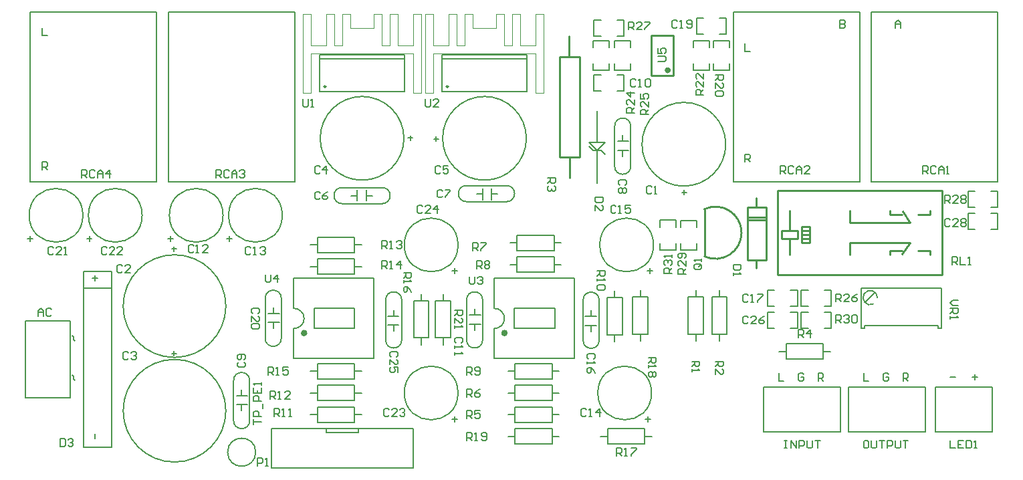
<source format=gto>
G04 Layer_Color=65535*
%FSLAX44Y44*%
%MOMM*%
G71*
G01*
G75*
%ADD44C,0.1778*%
%ADD45C,0.7620*%
%ADD46C,0.2030*%
%ADD47C,0.3810*%
%ADD48C,0.2500*%
%ADD49C,0.2000*%
%ADD50C,0.2540*%
%ADD51C,0.1000*%
%ADD52C,0.2032*%
%ADD53C,0.1500*%
%ADD54C,0.1270*%
%ADD55C,0.1524*%
D44*
X817526Y-362104D02*
G03*
X812297Y-370014I-9089J325D01*
G01*
X22660Y-466700D02*
G03*
X2340Y-466700I-10160J0D01*
G01*
Y-517500D02*
G03*
X22660Y-517500I10160J0D01*
G01*
X332204Y-400788D02*
G03*
X332300Y-375400I430J12693D01*
G01*
X297340Y-415400D02*
G03*
X317660Y-415400I10160J0D01*
G01*
Y-364600D02*
G03*
X297340Y-364600I-10160J0D01*
G01*
X465160Y-365000D02*
G03*
X444840Y-365000I-10160J0D01*
G01*
Y-415800D02*
G03*
X465160Y-415800I10160J0D01*
G01*
X42340Y-413300D02*
G03*
X62660Y-413300I10160J0D01*
G01*
Y-362500D02*
G03*
X42340Y-362500I-10160J0D01*
G01*
X78504Y-400788D02*
G03*
X78600Y-375400I430J12693D01*
G01*
X215160Y-364600D02*
G03*
X194840Y-364600I-10160J0D01*
G01*
Y-415400D02*
G03*
X215160Y-415400I10160J0D01*
G01*
X484840Y-195400D02*
G03*
X505160Y-195400I10160J0D01*
G01*
Y-144600D02*
G03*
X484840Y-144600I-10160J0D01*
G01*
X139600Y-222340D02*
G03*
X139600Y-242660I0J-10160D01*
G01*
X190400D02*
G03*
X190400Y-222340I0J10160D01*
G01*
X347900Y-240160D02*
G03*
X347900Y-219840I0J10160D01*
G01*
X297100D02*
G03*
X297100Y-240160I0J-10160D01*
G01*
X589160Y-272840D02*
Y-264204D01*
X579000D02*
X589160D01*
X568840D02*
X579000D01*
X568840Y-272840D02*
Y-264204D01*
Y-301796D02*
Y-293160D01*
Y-301796D02*
X579000D01*
X589160D01*
Y-293160D01*
X961160Y-275160D02*
X969796D01*
Y-265000D01*
Y-254840D01*
X961160D02*
X969796D01*
X932204D02*
X940840D01*
X932204Y-265000D02*
Y-254840D01*
Y-275160D02*
Y-265000D01*
Y-275160D02*
X940840D01*
X796700Y-349600D02*
X898554D01*
Y-400400D02*
Y-349600D01*
X894744Y-400400D02*
X898554D01*
X894744D02*
Y-397352D01*
X801018D02*
X894744D01*
X801018Y-400400D02*
Y-397352D01*
X796700Y-400400D02*
X801018D01*
X796700D02*
Y-349600D01*
X801780Y-367888D02*
X814480Y-355188D01*
X750160Y-400160D02*
X758796D01*
Y-390000D01*
Y-379840D01*
X750160D02*
X758796D01*
X721204D02*
X729840D01*
X721204Y-390000D02*
Y-379840D01*
Y-400160D02*
Y-390000D01*
Y-400160D02*
X729840D01*
X562660Y-272340D02*
Y-263704D01*
X552500D02*
X562660D01*
X542340D02*
X552500D01*
X542340Y-272340D02*
Y-263704D01*
Y-301296D02*
Y-292660D01*
Y-301296D02*
X552500D01*
X562660D01*
Y-292660D01*
X961160Y-247160D02*
X969796D01*
Y-237000D01*
Y-226840D01*
X961160D02*
X969796D01*
X932204D02*
X940840D01*
X932204Y-237000D02*
Y-226840D01*
Y-247160D02*
Y-237000D01*
Y-247160D02*
X940840D01*
X458704Y-79840D02*
X467340D01*
X458704Y-90000D02*
Y-79840D01*
Y-100160D02*
Y-90000D01*
Y-100160D02*
X467340D01*
X487660D02*
X496296D01*
Y-90000D01*
Y-79840D01*
X487660D02*
X496296D01*
X605160Y-44840D02*
Y-36204D01*
X595000D02*
X605160D01*
X584840D02*
X595000D01*
X584840Y-44840D02*
Y-36204D01*
Y-73796D02*
Y-65160D01*
Y-73796D02*
X595000D01*
X605160D01*
Y-65160D01*
X630160Y-44840D02*
Y-36204D01*
X620000D02*
X630160D01*
X609840D02*
X620000D01*
X609840Y-44840D02*
Y-36204D01*
Y-73796D02*
Y-65160D01*
Y-73796D02*
X620000D01*
X630160D01*
Y-65160D01*
X707660Y-372660D02*
X716296D01*
Y-362500D01*
Y-352340D01*
X707660D02*
X716296D01*
X678704D02*
X687340D01*
X678704Y-362500D02*
Y-352340D01*
Y-372660D02*
Y-362500D01*
Y-372660D02*
X687340D01*
X617660Y-27660D02*
X626296D01*
Y-17500D01*
Y-7340D01*
X617660D02*
X626296D01*
X588704D02*
X597340D01*
X588704Y-17500D02*
Y-7340D01*
Y-27660D02*
Y-17500D01*
Y-27660D02*
X597340D01*
X505160Y-44840D02*
Y-36204D01*
X495000D02*
X505160D01*
X484840D02*
X495000D01*
X484840Y-44840D02*
Y-36204D01*
Y-73796D02*
Y-65160D01*
Y-73796D02*
X495000D01*
X505160D01*
Y-65160D01*
X477660Y-44840D02*
Y-36204D01*
X467500D02*
X477660D01*
X457340D02*
X467500D01*
X457340Y-44840D02*
Y-36204D01*
Y-73796D02*
Y-65160D01*
Y-73796D02*
X467500D01*
X477660D01*
Y-65160D01*
X707660Y-400160D02*
X716296D01*
Y-390000D01*
Y-379840D01*
X707660D02*
X716296D01*
X678704D02*
X687340D01*
X678704Y-390000D02*
Y-379840D01*
Y-400160D02*
Y-390000D01*
Y-400160D02*
X687340D01*
X750160Y-372660D02*
X758796D01*
Y-362500D01*
Y-352340D01*
X750160D02*
X758796D01*
X721204D02*
X729840D01*
X721204Y-362500D02*
Y-352340D01*
Y-372660D02*
Y-362500D01*
Y-372660D02*
X729840D01*
X487660Y-30160D02*
X496296D01*
Y-20000D01*
Y-9840D01*
X487660D02*
X496296D01*
X458704D02*
X467340D01*
X458704Y-20000D02*
Y-9840D01*
Y-30160D02*
Y-20000D01*
Y-30160D02*
X467340D01*
X22660Y-517500D02*
Y-466700D01*
X2340Y-517500D02*
Y-466700D01*
X6150Y-485750D02*
X20120D01*
X6150Y-497180D02*
X20120D01*
X12500Y-485750D02*
Y-478130D01*
Y-504800D02*
Y-497180D01*
X507848Y-407818D02*
X527152D01*
X507848Y-360828D02*
X527152D01*
Y-407818D02*
Y-360828D01*
X517500D02*
Y-352192D01*
X507848Y-407818D02*
Y-360828D01*
X517500Y-416708D02*
Y-407818D01*
X476082Y-547152D02*
Y-527848D01*
X523072Y-547152D02*
Y-527848D01*
X476082Y-547152D02*
X523072D01*
Y-537500D02*
X531708D01*
X476082Y-527848D02*
X523072D01*
X467192Y-537500D02*
X476082D01*
X358582Y-547152D02*
Y-527848D01*
X405572Y-547152D02*
Y-527848D01*
X358582Y-547152D02*
X405572D01*
Y-537500D02*
X414208D01*
X358582Y-527848D02*
X405572D01*
X349692Y-537500D02*
X358582D01*
X257848Y-412818D02*
X277152D01*
X257848Y-365828D02*
X277152D01*
Y-412818D02*
Y-365828D01*
X267500D02*
Y-357192D01*
X257848Y-412818D02*
Y-365828D01*
X267500Y-421708D02*
Y-412818D01*
X357954Y-375400D02*
X409008D01*
X357954Y-400800D02*
Y-375400D01*
Y-400800D02*
X409008D01*
Y-375400D01*
X332300Y-337300D02*
X433900D01*
Y-438900D02*
Y-337300D01*
X332300Y-438900D02*
X433900D01*
X332300Y-375146D02*
Y-337300D01*
Y-438900D02*
Y-400800D01*
X307500Y-402700D02*
Y-395080D01*
Y-383650D02*
Y-376030D01*
X301150Y-395080D02*
X315120D01*
X301150Y-383650D02*
X315120D01*
X297340Y-415400D02*
Y-364600D01*
X317660Y-415400D02*
Y-364600D01*
X361082Y-329652D02*
Y-310348D01*
X408072Y-329652D02*
Y-310348D01*
X361082Y-329652D02*
X408072D01*
Y-320000D02*
X416708D01*
X361082Y-310348D02*
X408072D01*
X352192Y-320000D02*
X361082D01*
Y-302152D02*
Y-282848D01*
X408072Y-302152D02*
Y-282848D01*
X361082Y-302152D02*
X408072D01*
Y-292500D02*
X416708D01*
X361082Y-282848D02*
X408072D01*
X352192Y-292500D02*
X361082D01*
X358582Y-492152D02*
Y-472848D01*
X405572Y-492152D02*
Y-472848D01*
X358582Y-492152D02*
X405572D01*
Y-482500D02*
X414208D01*
X358582Y-472848D02*
X405572D01*
X349692Y-482500D02*
X358582D01*
Y-519652D02*
Y-500348D01*
X405572Y-519652D02*
Y-500348D01*
X358582Y-519652D02*
X405572D01*
Y-510000D02*
X414208D01*
X358582Y-500348D02*
X405572D01*
X349692Y-510000D02*
X358582D01*
X455000Y-385320D02*
Y-377700D01*
Y-404370D02*
Y-396750D01*
X447380Y-385320D02*
X461350D01*
X447380Y-396750D02*
X461350D01*
X465160Y-415800D02*
Y-365000D01*
X444840Y-415800D02*
Y-365000D01*
X475348Y-408918D02*
X494652D01*
X475348Y-361928D02*
X494652D01*
Y-408918D02*
Y-361928D01*
X485000D02*
Y-353292D01*
X475348Y-408918D02*
Y-361928D01*
X485000Y-417808D02*
Y-408918D01*
X358582Y-464652D02*
Y-445348D01*
X405572Y-464652D02*
Y-445348D01*
X358582Y-464652D02*
X405572D01*
Y-455000D02*
X414208D01*
X358582Y-445348D02*
X405572D01*
X349692Y-455000D02*
X358582D01*
X52500Y-400600D02*
Y-392980D01*
Y-381550D02*
Y-373930D01*
X46150Y-392980D02*
X60120D01*
X46150Y-381550D02*
X60120D01*
X42340Y-413300D02*
Y-362500D01*
X62660Y-413300D02*
Y-362500D01*
X108582Y-332152D02*
Y-312848D01*
X155572Y-332152D02*
Y-312848D01*
X108582Y-332152D02*
X155572D01*
Y-322500D02*
X164208D01*
X108582Y-312848D02*
X155572D01*
X99692Y-322500D02*
X108582D01*
X155318Y-304652D02*
Y-285348D01*
X108328Y-304652D02*
Y-285348D01*
X155318D01*
X99692Y-295000D02*
X108328D01*
Y-304652D02*
X155318D01*
Y-295000D02*
X164208D01*
X108582Y-492152D02*
Y-472848D01*
X155572Y-492152D02*
Y-472848D01*
X108582Y-492152D02*
X155572D01*
Y-482500D02*
X164208D01*
X108582Y-472848D02*
X155572D01*
X99692Y-482500D02*
X108582D01*
Y-519652D02*
Y-500348D01*
X155572Y-519652D02*
Y-500348D01*
X108582Y-519652D02*
X155572D01*
Y-510000D02*
X164208D01*
X108582Y-500348D02*
X155572D01*
X99692Y-510000D02*
X108582D01*
X104254Y-375400D02*
X155308D01*
X104254Y-400800D02*
Y-375400D01*
Y-400800D02*
X155308D01*
Y-375400D01*
X78600Y-337300D02*
X180200D01*
Y-438900D02*
Y-337300D01*
X78600Y-438900D02*
X180200D01*
X78600Y-375146D02*
Y-337300D01*
Y-438900D02*
Y-400800D01*
X205000Y-384920D02*
Y-377300D01*
Y-403970D02*
Y-396350D01*
X197380Y-384920D02*
X211350D01*
X197380Y-396350D02*
X211350D01*
X215160Y-415400D02*
Y-364600D01*
X194840Y-415400D02*
Y-364600D01*
X230348Y-412818D02*
X249652D01*
X230348Y-365828D02*
X249652D01*
Y-412818D02*
Y-365828D01*
X240000D02*
Y-357192D01*
X230348Y-412818D02*
Y-365828D01*
X240000Y-421708D02*
Y-412818D01*
X108582Y-464652D02*
Y-445348D01*
X155572Y-464652D02*
Y-445348D01*
X108582Y-464652D02*
X155572D01*
Y-455000D02*
X164208D01*
X108582Y-445348D02*
X155572D01*
X99692Y-455000D02*
X108582D01*
X702182Y-439652D02*
Y-420348D01*
X749172Y-439652D02*
Y-420348D01*
X702182Y-439652D02*
X749172D01*
Y-430000D02*
X757808D01*
X702182Y-420348D02*
X749172D01*
X693292Y-430000D02*
X702182D01*
X495000Y-182700D02*
Y-175080D01*
Y-163650D02*
Y-156030D01*
X488650Y-175080D02*
X502620D01*
X488650Y-163650D02*
X502620D01*
X484840Y-195400D02*
Y-144600D01*
X505160Y-195400D02*
Y-144600D01*
X-152200Y-551500D02*
Y-440000D01*
X-170000Y-551500D02*
X-152200D01*
X-170000Y-328500D02*
X-152200D01*
Y-440000D02*
Y-328500D01*
X-187800Y-440000D02*
Y-328500D01*
X-170000D01*
X-187800Y-551500D02*
X-170000D01*
X-187800D02*
Y-440000D01*
Y-350000D02*
X-152200D01*
X139600Y-222340D02*
X190400D01*
X139600Y-242660D02*
X190400D01*
X158650Y-238850D02*
Y-224880D01*
X170080Y-238850D02*
Y-224880D01*
X151030Y-232500D02*
X158650D01*
X170080D02*
X177700D01*
X297100Y-240160D02*
X347900D01*
X297100Y-219840D02*
X347900D01*
X328850Y-237620D02*
Y-223650D01*
X317420Y-237620D02*
Y-223650D01*
X328850Y-230000D02*
X336470D01*
X309800D02*
X317420D01*
X617500Y-416708D02*
Y-407818D01*
X607848D02*
Y-360828D01*
X617500D02*
Y-352192D01*
X627152Y-407818D02*
Y-360828D01*
X607848D02*
X627152D01*
X607848Y-407818D02*
X627152D01*
X587500Y-416708D02*
Y-407818D01*
X577848D02*
Y-360828D01*
X587500D02*
Y-352192D01*
X597152Y-407818D02*
Y-360828D01*
X577848D02*
X597152D01*
X577848Y-407818D02*
X597152D01*
D45*
X552065Y-73796D02*
G03*
X552042Y-73803I318J-1030D01*
G01*
D46*
X30280Y-557500D02*
G03*
X30280Y-557500I-17780J0D01*
G01*
D47*
X347286Y-406642D02*
G03*
X347286Y-406642I-2032J0D01*
G01*
X93586D02*
G03*
X93586Y-406642I-2032J0D01*
G01*
D48*
X119250Y-94500D02*
G03*
X119250Y-94500I-1250J0D01*
G01*
X274250D02*
G03*
X274250Y-94500I-1250J0D01*
G01*
D49*
X64000Y-257500D02*
G03*
X64000Y-257500I-34000J0D01*
G01*
X-11000D02*
G03*
X-11000Y-257500I-34000J0D01*
G01*
X534000Y-295000D02*
G03*
X534000Y-295000I-34000J0D01*
G01*
X531500Y-482500D02*
G03*
X531500Y-482500I-34000J0D01*
G01*
X-113500Y-257500D02*
G03*
X-113500Y-257500I-34000J0D01*
G01*
X-188500Y-257500D02*
G03*
X-188500Y-257500I-34000J0D01*
G01*
X286500Y-295000D02*
G03*
X286500Y-295000I-34000J0D01*
G01*
Y-482500D02*
G03*
X286500Y-482500I-34000J0D01*
G01*
X-7500Y-372500D02*
G03*
X-7500Y-372500I-65000J0D01*
G01*
Y-505000D02*
G03*
X-7500Y-505000I-65000J0D01*
G01*
X625500Y-167500D02*
G03*
X625500Y-167500I-53000J0D01*
G01*
X218000Y-160000D02*
G03*
X218000Y-160000I-53000J0D01*
G01*
X373000D02*
G03*
X373000Y-160000I-53000J0D01*
G01*
X891178Y-531630D02*
X963060D01*
Y-474988D01*
X891178D02*
X963060D01*
X891178Y-531630D02*
Y-474988D01*
X111500Y-59000D02*
X218500D01*
X111500Y-54000D02*
X218500D01*
X111500Y-101000D02*
X218500D01*
X111500D02*
Y-54000D01*
X218500Y-101000D02*
Y-54000D01*
X-261630Y-488660D02*
Y-391378D01*
Y-488660D02*
X-204988D01*
Y-391378D01*
X-261630D02*
X-204988D01*
X266500Y-59000D02*
X373500D01*
X266500Y-54000D02*
X373500D01*
X266500Y-101000D02*
X373500D01*
X266500D02*
Y-54000D01*
X373500Y-101000D02*
Y-54000D01*
X-255000Y-215000D02*
Y0D01*
X-255000Y-215000D02*
X-95000D01*
X-95000Y-215000D01*
Y0D01*
X-255000D02*
X-95000D01*
X-80000D02*
X80000D01*
Y-215000D02*
Y0D01*
X80000Y-215000D02*
X80000Y-215000D01*
X-80000Y-215000D02*
X80000D01*
X-80000Y-215000D02*
Y0D01*
X635000Y-215000D02*
Y0D01*
X635000Y-215000D02*
X795000D01*
X795000Y-215000D01*
Y0D01*
X635000D02*
X795000D01*
X780978Y-531630D02*
Y-474988D01*
X878260D01*
Y-531630D02*
Y-474988D01*
X780978Y-531630D02*
X878260D01*
X673478D02*
Y-474988D01*
X770760D01*
Y-531630D02*
Y-474988D01*
X673478Y-531630D02*
X770760D01*
X810000Y0D02*
X970000D01*
Y-215000D02*
Y0D01*
X970000Y-215000D02*
X970000Y-215000D01*
X810000Y-215000D02*
X970000D01*
X810000Y-215000D02*
Y0D01*
X652930Y-261100D02*
X677060D01*
X652930Y-259830D02*
X677060D01*
D50*
X598550Y-309529D02*
G03*
X598550Y-249671I13950J29929D01*
G01*
X558923Y-80400D02*
Y-29600D01*
X531000D02*
X558923D01*
X531000Y-80400D02*
Y-29600D01*
Y-80400D02*
X558923D01*
X427500Y-209916D02*
Y-183500D01*
X414800Y-56500D02*
X426992D01*
X414800Y-183500D02*
Y-56500D01*
Y-183500D02*
X440200D01*
Y-56500D01*
X427500D02*
X440200D01*
X427246Y-56246D02*
X427500Y-56500D01*
X426992D02*
Y-30846D01*
X721318Y-287076D02*
X731478D01*
X721318Y-281996D02*
X731478D01*
X721318Y-276916D02*
X731478D01*
X721318Y-292156D02*
Y-271836D01*
Y-292156D02*
X731478D01*
Y-271836D01*
X721318D02*
X731478D01*
X833078Y-302316D02*
X848318D01*
X833078Y-307396D02*
Y-302316D01*
X868638D02*
X883878D01*
Y-307396D02*
Y-302316D01*
X849047Y-306756D02*
X858478Y-292156D01*
X782278D02*
X858478D01*
X782278Y-307396D02*
Y-292156D01*
X883878Y-256596D02*
Y-251516D01*
X868638Y-256596D02*
X883878D01*
X833078D02*
Y-251516D01*
Y-256596D02*
X848318D01*
X782278Y-266756D02*
Y-251516D01*
Y-266756D02*
X833078D01*
X858478D01*
X849547Y-252255D02*
X858478Y-266756D01*
X706078Y-276916D02*
X716238D01*
Y-287076D02*
Y-276916D01*
X706078Y-287076D02*
X716238D01*
X706078Y-276916D02*
Y-251516D01*
X695918Y-276916D02*
X706078D01*
X695918Y-287076D02*
Y-276916D01*
Y-287076D02*
X706078D01*
Y-307396D02*
Y-287076D01*
X690838Y-332796D02*
X899118D01*
Y-226116D01*
X690838D02*
X899118D01*
X690838Y-332796D02*
Y-226116D01*
X598530Y-309318D02*
Y-249628D01*
X652930Y-314440D02*
Y-247130D01*
X677060Y-314440D02*
Y-247130D01*
X664360Y-324600D02*
Y-314440D01*
Y-247130D02*
Y-235700D01*
X652930Y-314440D02*
X677060D01*
X652930Y-263640D02*
X677060D01*
X652930Y-247130D02*
X677060D01*
D51*
X210000Y-42500D02*
X230000D01*
X190000D02*
X200000D01*
X130000D02*
X140000D01*
X100000D02*
X120000D01*
X150000Y-20000D02*
X180000D01*
X150000D02*
Y-2500D01*
X190000Y-42500D02*
Y-2500D01*
X140000Y-42500D02*
Y-2500D01*
X200000Y-42500D02*
Y-2500D01*
X210000D01*
Y-42500D02*
Y-2500D01*
X130000Y-42500D02*
Y-2500D01*
X120000D02*
X130000D01*
X120000Y-42500D02*
Y-2500D01*
X240000Y-102500D02*
Y-2500D01*
X230000Y-102500D02*
Y-52500D01*
X100000D02*
X230000D01*
X100000Y-102500D02*
Y-52500D01*
X90000Y-102500D02*
Y-42500D01*
Y-102500D02*
X100000D01*
X100000Y-102500D01*
X240000Y-102500D02*
Y-42500D01*
X230000Y-102500D02*
X240000D01*
X230000Y-102500D02*
X230000Y-102500D01*
X90000D02*
Y-2500D01*
X100000Y-42500D02*
Y-2500D01*
X90000D02*
X100000D01*
X230000Y-42500D02*
Y-2500D01*
X240000D01*
X140000D02*
X150000D01*
X180000D02*
X190000D01*
X180000Y-20000D02*
Y-2500D01*
X365000Y-42500D02*
X385000D01*
X345000D02*
X355000D01*
X285000D02*
X295000D01*
X255000D02*
X275000D01*
X305000Y-20000D02*
X335000D01*
X305000D02*
Y-2500D01*
X345000Y-42500D02*
Y-2500D01*
X295000Y-42500D02*
Y-2500D01*
X355000Y-42500D02*
Y-2500D01*
X365000D01*
Y-42500D02*
Y-2500D01*
X285000Y-42500D02*
Y-2500D01*
X275000D02*
X285000D01*
X275000Y-42500D02*
Y-2500D01*
X395000Y-102500D02*
Y-2500D01*
X385000Y-102500D02*
Y-52500D01*
X255000D02*
X385000D01*
X255000Y-102500D02*
Y-52500D01*
X245000Y-102500D02*
Y-42500D01*
Y-102500D02*
X255000D01*
X255000Y-102500D01*
X395000Y-102500D02*
Y-42500D01*
X385000Y-102500D02*
X395000D01*
X385000Y-102500D02*
X385000Y-102500D01*
X245000D02*
Y-2500D01*
X255000Y-42500D02*
Y-2500D01*
X245000D02*
X255000D01*
X385000Y-42500D02*
Y-2500D01*
X395000D01*
X295000D02*
X305000D01*
X335000D02*
X345000D01*
X335000Y-20000D02*
Y-2500D01*
D52*
X452820Y-169970D02*
X457900Y-175050D01*
X462980D01*
X468060D02*
X473140Y-180130D01*
X462980Y-175050D02*
X468060D01*
X462980Y-164890D02*
Y-125510D01*
Y-216950D02*
Y-175050D01*
X473140Y-164890D01*
X452820D02*
X462980Y-175050D01*
X452820Y-164890D02*
X473140D01*
D53*
X120000Y-532500D02*
Y-527500D01*
Y-532500D02*
X160000D01*
Y-527500D01*
X50000D02*
X230000D01*
Y-577500D02*
Y-547500D01*
Y-527500D01*
X50000Y-577500D02*
X230000D01*
X50000D02*
Y-527500D01*
D54*
X919997Y-365000D02*
X913332D01*
X910000Y-368332D01*
X913332Y-371665D01*
X919997D01*
X910000Y-374997D02*
X919997D01*
Y-379995D01*
X918331Y-381661D01*
X914998D01*
X913332Y-379995D01*
Y-374997D01*
Y-378329D02*
X910000Y-381661D01*
Y-384994D02*
Y-388326D01*
Y-386660D01*
X919997D01*
X918331Y-384994D01*
X557000Y-331000D02*
X547003D01*
Y-326002D01*
X548669Y-324336D01*
X552002D01*
X553668Y-326002D01*
Y-331000D01*
Y-327668D02*
X557000Y-324336D01*
X548669Y-321003D02*
X547003Y-319337D01*
Y-316005D01*
X548669Y-314339D01*
X550336D01*
X552002Y-316005D01*
Y-317671D01*
Y-316005D01*
X553668Y-314339D01*
X555334D01*
X557000Y-316005D01*
Y-319337D01*
X555334Y-321003D01*
X557000Y-311006D02*
Y-307674D01*
Y-309340D01*
X547003D01*
X548669Y-311006D01*
X765000Y-394000D02*
Y-384003D01*
X769998D01*
X771665Y-385669D01*
Y-389002D01*
X769998Y-390668D01*
X765000D01*
X768332D02*
X771665Y-394000D01*
X774997Y-385669D02*
X776663Y-384003D01*
X779995D01*
X781661Y-385669D01*
Y-387336D01*
X779995Y-389002D01*
X778329D01*
X779995D01*
X781661Y-390668D01*
Y-392334D01*
X779995Y-394000D01*
X776663D01*
X774997Y-392334D01*
X784994Y-385669D02*
X786660Y-384003D01*
X789992D01*
X791658Y-385669D01*
Y-392334D01*
X789992Y-394000D01*
X786660D01*
X784994Y-392334D01*
Y-385669D01*
X575000Y-332000D02*
X565003D01*
Y-327002D01*
X566669Y-325336D01*
X570002D01*
X571668Y-327002D01*
Y-332000D01*
Y-328668D02*
X575000Y-325336D01*
Y-315339D02*
Y-322003D01*
X568335Y-315339D01*
X566669D01*
X565003Y-317005D01*
Y-320337D01*
X566669Y-322003D01*
X573334Y-312006D02*
X575000Y-310340D01*
Y-307008D01*
X573334Y-305342D01*
X566669D01*
X565003Y-307008D01*
Y-310340D01*
X566669Y-312006D01*
X568335D01*
X570002Y-310340D01*
Y-305342D01*
X909665Y-263669D02*
X907998Y-262003D01*
X904666D01*
X903000Y-263669D01*
Y-270334D01*
X904666Y-272000D01*
X907998D01*
X909665Y-270334D01*
X919661Y-272000D02*
X912997D01*
X919661Y-265336D01*
Y-263669D01*
X917995Y-262003D01*
X914663D01*
X912997Y-263669D01*
X922994D02*
X924660Y-262003D01*
X927992D01*
X929658Y-263669D01*
Y-265336D01*
X927992Y-267002D01*
X929658Y-268668D01*
Y-270334D01*
X927992Y-272000D01*
X924660D01*
X922994Y-270334D01*
Y-268668D01*
X924660Y-267002D01*
X922994Y-265336D01*
Y-263669D01*
X924660Y-267002D02*
X927992D01*
X903000Y-242000D02*
Y-232003D01*
X907998D01*
X909665Y-233669D01*
Y-237002D01*
X907998Y-238668D01*
X903000D01*
X906332D02*
X909665Y-242000D01*
X919661D02*
X912997D01*
X919661Y-235336D01*
Y-233669D01*
X917995Y-232003D01*
X914663D01*
X912997Y-233669D01*
X922994D02*
X924660Y-232003D01*
X927992D01*
X929658Y-233669D01*
Y-235336D01*
X927992Y-237002D01*
X929658Y-238668D01*
Y-240334D01*
X927992Y-242000D01*
X924660D01*
X922994Y-240334D01*
Y-238668D01*
X924660Y-237002D01*
X922994Y-235336D01*
Y-233669D01*
X924660Y-237002D02*
X927992D01*
X540003Y-62500D02*
X548334D01*
X550000Y-60834D01*
Y-57502D01*
X548334Y-55835D01*
X540003D01*
Y-45839D02*
Y-52503D01*
X545002D01*
X543335Y-49171D01*
Y-47505D01*
X545002Y-45839D01*
X548334D01*
X550000Y-47505D01*
Y-50837D01*
X548334Y-52503D01*
X502500Y-22500D02*
Y-12503D01*
X507498D01*
X509165Y-14169D01*
Y-17502D01*
X507498Y-19168D01*
X502500D01*
X505832D02*
X509165Y-22500D01*
X519161D02*
X512497D01*
X519161Y-15835D01*
Y-14169D01*
X517495Y-12503D01*
X514163D01*
X512497Y-14169D01*
X522494Y-12503D02*
X529158D01*
Y-14169D01*
X522494Y-20834D01*
Y-22500D01*
X765000Y-367000D02*
Y-357003D01*
X769998D01*
X771665Y-358669D01*
Y-362002D01*
X769998Y-363668D01*
X765000D01*
X768332D02*
X771665Y-367000D01*
X781661D02*
X774997D01*
X781661Y-360336D01*
Y-358669D01*
X779995Y-357003D01*
X776663D01*
X774997Y-358669D01*
X791658Y-357003D02*
X788326Y-358669D01*
X784994Y-362002D01*
Y-365334D01*
X786660Y-367000D01*
X789992D01*
X791658Y-365334D01*
Y-363668D01*
X789992Y-362002D01*
X784994D01*
X527500Y-130000D02*
X517503D01*
Y-125002D01*
X519169Y-123336D01*
X522502D01*
X524168Y-125002D01*
Y-130000D01*
Y-126668D02*
X527500Y-123336D01*
Y-113339D02*
Y-120003D01*
X520835Y-113339D01*
X519169D01*
X517503Y-115005D01*
Y-118337D01*
X519169Y-120003D01*
X517503Y-103342D02*
Y-110006D01*
X522502D01*
X520835Y-106674D01*
Y-105008D01*
X522502Y-103342D01*
X525834D01*
X527500Y-105008D01*
Y-108340D01*
X525834Y-110006D01*
X510000Y-127500D02*
X500003D01*
Y-122502D01*
X501669Y-120836D01*
X505002D01*
X506668Y-122502D01*
Y-127500D01*
Y-124168D02*
X510000Y-120836D01*
Y-110839D02*
Y-117503D01*
X503335Y-110839D01*
X501669D01*
X500003Y-112505D01*
Y-115837D01*
X501669Y-117503D01*
X510000Y-102508D02*
X500003D01*
X505002Y-107506D01*
Y-100842D01*
X597500Y-105000D02*
X587503D01*
Y-100002D01*
X589169Y-98336D01*
X592502D01*
X594168Y-100002D01*
Y-105000D01*
Y-101668D02*
X597500Y-98336D01*
Y-88339D02*
Y-95003D01*
X590835Y-88339D01*
X589169D01*
X587503Y-90005D01*
Y-93337D01*
X589169Y-95003D01*
X597500Y-78342D02*
Y-85006D01*
X590835Y-78342D01*
X589169D01*
X587503Y-80008D01*
Y-83340D01*
X589169Y-85006D01*
X612500Y-80000D02*
X622497D01*
Y-84998D01*
X620831Y-86664D01*
X617498D01*
X615832Y-84998D01*
Y-80000D01*
Y-83332D02*
X612500Y-86664D01*
Y-96661D02*
Y-89997D01*
X619165Y-96661D01*
X620831D01*
X622497Y-94995D01*
Y-91663D01*
X620831Y-89997D01*
Y-99994D02*
X622497Y-101660D01*
Y-104992D01*
X620831Y-106658D01*
X614166D01*
X612500Y-104992D01*
Y-101660D01*
X614166Y-99994D01*
X620831D01*
X654165Y-386669D02*
X652498Y-385003D01*
X649166D01*
X647500Y-386669D01*
Y-393334D01*
X649166Y-395000D01*
X652498D01*
X654165Y-393334D01*
X664161Y-395000D02*
X657497D01*
X664161Y-388335D01*
Y-386669D01*
X662495Y-385003D01*
X659163D01*
X657497Y-386669D01*
X674158Y-385003D02*
X670826Y-386669D01*
X667494Y-390002D01*
Y-393334D01*
X669160Y-395000D01*
X672492D01*
X674158Y-393334D01*
Y-391668D01*
X672492Y-390002D01*
X667494D01*
X564165Y-11669D02*
X562498Y-10003D01*
X559166D01*
X557500Y-11669D01*
Y-18334D01*
X559166Y-20000D01*
X562498D01*
X564165Y-18334D01*
X567497Y-20000D02*
X570829D01*
X569163D01*
Y-10003D01*
X567497Y-11669D01*
X575827Y-18334D02*
X577494Y-20000D01*
X580826D01*
X582492Y-18334D01*
Y-11669D01*
X580826Y-10003D01*
X577494D01*
X575827Y-11669D01*
Y-13335D01*
X577494Y-15002D01*
X582492D01*
X654165Y-359169D02*
X652498Y-357503D01*
X649166D01*
X647500Y-359169D01*
Y-365834D01*
X649166Y-367500D01*
X652498D01*
X654165Y-365834D01*
X657497Y-367500D02*
X660829D01*
X659163D01*
Y-357503D01*
X657497Y-359169D01*
X665827Y-357503D02*
X672492D01*
Y-359169D01*
X665827Y-365834D01*
Y-367500D01*
X511665Y-86669D02*
X509998Y-85003D01*
X506666D01*
X505000Y-86669D01*
Y-93334D01*
X506666Y-95000D01*
X509998D01*
X511665Y-93334D01*
X514997Y-95000D02*
X518329D01*
X516663D01*
Y-85003D01*
X514997Y-86669D01*
X523327D02*
X524994Y-85003D01*
X528326D01*
X529992Y-86669D01*
Y-93334D01*
X528326Y-95000D01*
X524994D01*
X523327Y-93334D01*
Y-86669D01*
X282500Y-377500D02*
X292497D01*
Y-382498D01*
X290831Y-384165D01*
X287498D01*
X285832Y-382498D01*
Y-377500D01*
Y-380832D02*
X282500Y-384165D01*
Y-394161D02*
Y-387497D01*
X289165Y-394161D01*
X290831D01*
X292497Y-392495D01*
Y-389163D01*
X290831Y-387497D01*
X282500Y-397494D02*
Y-400826D01*
Y-399160D01*
X292497D01*
X290831Y-397494D01*
X297500Y-542500D02*
Y-532503D01*
X302498D01*
X304165Y-534169D01*
Y-537502D01*
X302498Y-539168D01*
X297500D01*
X300832D02*
X304165Y-542500D01*
X307497D02*
X310829D01*
X309163D01*
Y-532503D01*
X307497Y-534169D01*
X315827Y-540834D02*
X317494Y-542500D01*
X320826D01*
X322492Y-540834D01*
Y-534169D01*
X320826Y-532503D01*
X317494D01*
X315827Y-534169D01*
Y-535835D01*
X317494Y-537502D01*
X322492D01*
X527500Y-437500D02*
X537497D01*
Y-442498D01*
X535831Y-444165D01*
X532498D01*
X530832Y-442498D01*
Y-437500D01*
Y-440832D02*
X527500Y-444165D01*
Y-447497D02*
Y-450829D01*
Y-449163D01*
X537497D01*
X535831Y-447497D01*
Y-455827D02*
X537497Y-457494D01*
Y-460826D01*
X535831Y-462492D01*
X534165D01*
X532498Y-460826D01*
X530832Y-462492D01*
X529166D01*
X527500Y-460826D01*
Y-457494D01*
X529166Y-455827D01*
X530832D01*
X532498Y-457494D01*
X534165Y-455827D01*
X535831D01*
X532498Y-457494D02*
Y-460826D01*
X487500Y-562500D02*
Y-552503D01*
X492498D01*
X494165Y-554169D01*
Y-557502D01*
X492498Y-559168D01*
X487500D01*
X490832D02*
X494165Y-562500D01*
X497497D02*
X500829D01*
X499163D01*
Y-552503D01*
X497497Y-554169D01*
X505827Y-552503D02*
X512492D01*
Y-554169D01*
X505827Y-560834D01*
Y-562500D01*
X300800Y-335003D02*
Y-343334D01*
X302466Y-345000D01*
X305798D01*
X307465Y-343334D01*
Y-335003D01*
X310797Y-336669D02*
X312463Y-335003D01*
X315795D01*
X317461Y-336669D01*
Y-338335D01*
X315795Y-340002D01*
X314129D01*
X315795D01*
X317461Y-341668D01*
Y-343334D01*
X315795Y-345000D01*
X312463D01*
X310797Y-343334D01*
X42500Y-332503D02*
Y-340834D01*
X44166Y-342500D01*
X47498D01*
X49165Y-340834D01*
Y-332503D01*
X57495Y-342500D02*
Y-332503D01*
X52497Y-337502D01*
X59161D01*
X90000Y-110003D02*
Y-118334D01*
X91666Y-120000D01*
X94998D01*
X96664Y-118334D01*
Y-110003D01*
X99997Y-120000D02*
X103329D01*
X101663D01*
Y-110003D01*
X99997Y-111669D01*
X217500Y-330000D02*
X227497D01*
Y-334998D01*
X225831Y-336665D01*
X222498D01*
X220832Y-334998D01*
Y-330000D01*
Y-333332D02*
X217500Y-336665D01*
Y-339997D02*
Y-343329D01*
Y-341663D01*
X227497D01*
X225831Y-339997D01*
X227497Y-354992D02*
X225831Y-351660D01*
X222498Y-348327D01*
X219166D01*
X217500Y-349994D01*
Y-353326D01*
X219166Y-354992D01*
X220832D01*
X222498Y-353326D01*
Y-348327D01*
X46400Y-460000D02*
Y-450003D01*
X51398D01*
X53064Y-451669D01*
Y-455002D01*
X51398Y-456668D01*
X46400D01*
X49732D02*
X53064Y-460000D01*
X56397D02*
X59729D01*
X58063D01*
Y-450003D01*
X56397Y-451669D01*
X71392Y-450003D02*
X64727D01*
Y-455002D01*
X68060Y-453335D01*
X69726D01*
X71392Y-455002D01*
Y-458334D01*
X69726Y-460000D01*
X66393D01*
X64727Y-458334D01*
X190000Y-325000D02*
Y-315003D01*
X194998D01*
X196665Y-316669D01*
Y-320002D01*
X194998Y-321668D01*
X190000D01*
X193332D02*
X196665Y-325000D01*
X199997D02*
X203329D01*
X201663D01*
Y-315003D01*
X199997Y-316669D01*
X213326Y-325000D02*
Y-315003D01*
X208327Y-320002D01*
X214992D01*
X190000Y-300000D02*
Y-290003D01*
X194998D01*
X196665Y-291669D01*
Y-295002D01*
X194998Y-296668D01*
X190000D01*
X193332D02*
X196665Y-300000D01*
X199997D02*
X203329D01*
X201663D01*
Y-290003D01*
X199997Y-291669D01*
X208327D02*
X209994Y-290003D01*
X213326D01*
X214992Y-291669D01*
Y-293335D01*
X213326Y-295002D01*
X211660D01*
X213326D01*
X214992Y-296668D01*
Y-298334D01*
X213326Y-300000D01*
X209994D01*
X208327Y-298334D01*
X48900Y-490000D02*
Y-480003D01*
X53898D01*
X55564Y-481669D01*
Y-485002D01*
X53898Y-486668D01*
X48900D01*
X52232D02*
X55564Y-490000D01*
X58897D02*
X62229D01*
X60563D01*
Y-480003D01*
X58897Y-481669D01*
X73892Y-490000D02*
X67227D01*
X73892Y-483335D01*
Y-481669D01*
X72226Y-480003D01*
X68894D01*
X67227Y-481669D01*
X53900Y-512500D02*
Y-502503D01*
X58898D01*
X60564Y-504169D01*
Y-507502D01*
X58898Y-509168D01*
X53900D01*
X57232D02*
X60564Y-512500D01*
X63897D02*
X67229D01*
X65563D01*
Y-502503D01*
X63897Y-504169D01*
X72227Y-512500D02*
X75560D01*
X73894D01*
Y-502503D01*
X72227Y-504169D01*
X462500Y-327500D02*
X472497D01*
Y-332498D01*
X470831Y-334165D01*
X467498D01*
X465832Y-332498D01*
Y-327500D01*
Y-330832D02*
X462500Y-334165D01*
Y-337497D02*
Y-340829D01*
Y-339163D01*
X472497D01*
X470831Y-337497D01*
Y-345827D02*
X472497Y-347494D01*
Y-350826D01*
X470831Y-352492D01*
X464166D01*
X462500Y-350826D01*
Y-347494D01*
X464166Y-345827D01*
X470831D01*
X297500Y-460000D02*
Y-450003D01*
X302498D01*
X304165Y-451669D01*
Y-455002D01*
X302498Y-456668D01*
X297500D01*
X300832D02*
X304165Y-460000D01*
X307497Y-458334D02*
X309163Y-460000D01*
X312495D01*
X314161Y-458334D01*
Y-451669D01*
X312495Y-450003D01*
X309163D01*
X307497Y-451669D01*
Y-453335D01*
X309163Y-455002D01*
X314161D01*
X310000Y-325000D02*
Y-315003D01*
X314998D01*
X316665Y-316669D01*
Y-320002D01*
X314998Y-321668D01*
X310000D01*
X313332D02*
X316665Y-325000D01*
X319997Y-316669D02*
X321663Y-315003D01*
X324995D01*
X326661Y-316669D01*
Y-318335D01*
X324995Y-320002D01*
X326661Y-321668D01*
Y-323334D01*
X324995Y-325000D01*
X321663D01*
X319997Y-323334D01*
Y-321668D01*
X321663Y-320002D01*
X319997Y-318335D01*
Y-316669D01*
X321663Y-320002D02*
X324995D01*
X305000Y-302500D02*
Y-292503D01*
X309998D01*
X311665Y-294169D01*
Y-297502D01*
X309998Y-299168D01*
X305000D01*
X308332D02*
X311665Y-302500D01*
X314997Y-292503D02*
X321661D01*
Y-294169D01*
X314997Y-300834D01*
Y-302500D01*
X297500Y-487500D02*
Y-477503D01*
X302498D01*
X304165Y-479169D01*
Y-482502D01*
X302498Y-484168D01*
X297500D01*
X300832D02*
X304165Y-487500D01*
X314161Y-477503D02*
X310829Y-479169D01*
X307497Y-482502D01*
Y-485834D01*
X309163Y-487500D01*
X312495D01*
X314161Y-485834D01*
Y-484168D01*
X312495Y-482502D01*
X307497D01*
X297500Y-515000D02*
Y-505003D01*
X302498D01*
X304165Y-506669D01*
Y-510002D01*
X302498Y-511668D01*
X297500D01*
X300832D02*
X304165Y-515000D01*
X314161Y-505003D02*
X307497D01*
Y-510002D01*
X310829Y-508335D01*
X312495D01*
X314161Y-510002D01*
Y-513334D01*
X312495Y-515000D01*
X309163D01*
X307497Y-513334D01*
X208331Y-436665D02*
X209997Y-434998D01*
Y-431666D01*
X208331Y-430000D01*
X201666D01*
X200000Y-431666D01*
Y-434998D01*
X201666Y-436665D01*
X200000Y-446661D02*
Y-439997D01*
X206665Y-446661D01*
X208331D01*
X209997Y-444995D01*
Y-441663D01*
X208331Y-439997D01*
X209997Y-456658D02*
Y-449994D01*
X204998D01*
X206665Y-453326D01*
Y-454992D01*
X204998Y-456658D01*
X201666D01*
X200000Y-454992D01*
Y-451660D01*
X201666Y-449994D01*
X241665Y-246669D02*
X239998Y-245003D01*
X236666D01*
X235000Y-246669D01*
Y-253334D01*
X236666Y-255000D01*
X239998D01*
X241665Y-253334D01*
X251661Y-255000D02*
X244997D01*
X251661Y-248335D01*
Y-246669D01*
X249995Y-245003D01*
X246663D01*
X244997Y-246669D01*
X259992Y-255000D02*
Y-245003D01*
X254994Y-250002D01*
X261658D01*
X199165Y-504169D02*
X197498Y-502503D01*
X194166D01*
X192500Y-504169D01*
Y-510834D01*
X194166Y-512500D01*
X197498D01*
X199165Y-510834D01*
X209161Y-512500D02*
X202497D01*
X209161Y-505835D01*
Y-504169D01*
X207495Y-502503D01*
X204163D01*
X202497Y-504169D01*
X212494D02*
X214160Y-502503D01*
X217492D01*
X219158Y-504169D01*
Y-505835D01*
X217492Y-507502D01*
X215826D01*
X217492D01*
X219158Y-509168D01*
Y-510834D01*
X217492Y-512500D01*
X214160D01*
X212494Y-510834D01*
X-158336Y-299169D02*
X-160002Y-297503D01*
X-163334D01*
X-165000Y-299169D01*
Y-305834D01*
X-163334Y-307500D01*
X-160002D01*
X-158336Y-305834D01*
X-148339Y-307500D02*
X-155003D01*
X-148339Y-300835D01*
Y-299169D01*
X-150005Y-297503D01*
X-153337D01*
X-155003Y-299169D01*
X-138342Y-307500D02*
X-145006D01*
X-138342Y-300835D01*
Y-299169D01*
X-140008Y-297503D01*
X-143340D01*
X-145006Y-299169D01*
X-225835D02*
X-227502Y-297503D01*
X-230834D01*
X-232500Y-299169D01*
Y-305834D01*
X-230834Y-307500D01*
X-227502D01*
X-225835Y-305834D01*
X-215839Y-307500D02*
X-222503D01*
X-215839Y-300835D01*
Y-299169D01*
X-217505Y-297503D01*
X-220837D01*
X-222503Y-299169D01*
X-212506Y-307500D02*
X-209174D01*
X-210840D01*
Y-297503D01*
X-212506Y-299169D01*
X33331Y-381665D02*
X34997Y-379998D01*
Y-376666D01*
X33331Y-375000D01*
X26666D01*
X25000Y-376666D01*
Y-379998D01*
X26666Y-381665D01*
X25000Y-391661D02*
Y-384997D01*
X31665Y-391661D01*
X33331D01*
X34997Y-389995D01*
Y-386663D01*
X33331Y-384997D01*
Y-394994D02*
X34997Y-396660D01*
Y-399992D01*
X33331Y-401658D01*
X26666D01*
X25000Y-399992D01*
Y-396660D01*
X26666Y-394994D01*
X33331D01*
X458331Y-439165D02*
X459997Y-437498D01*
Y-434166D01*
X458331Y-432500D01*
X451666D01*
X450000Y-434166D01*
Y-437498D01*
X451666Y-439165D01*
X450000Y-442497D02*
Y-445829D01*
Y-444163D01*
X459997D01*
X458331Y-442497D01*
X459997Y-457492D02*
X458331Y-454160D01*
X454998Y-450827D01*
X451666D01*
X450000Y-452494D01*
Y-455826D01*
X451666Y-457492D01*
X453332D01*
X454998Y-455826D01*
Y-450827D01*
X486665Y-246669D02*
X484998Y-245003D01*
X481666D01*
X480000Y-246669D01*
Y-253334D01*
X481666Y-255000D01*
X484998D01*
X486665Y-253334D01*
X489997Y-255000D02*
X493329D01*
X491663D01*
Y-245003D01*
X489997Y-246669D01*
X504992Y-245003D02*
X498327D01*
Y-250002D01*
X501660Y-248335D01*
X503326D01*
X504992Y-250002D01*
Y-253334D01*
X503326Y-255000D01*
X499994D01*
X498327Y-253334D01*
X449165Y-504169D02*
X447498Y-502503D01*
X444166D01*
X442500Y-504169D01*
Y-510834D01*
X444166Y-512500D01*
X447498D01*
X449165Y-510834D01*
X452497Y-512500D02*
X455829D01*
X454163D01*
Y-502503D01*
X452497Y-504169D01*
X465826Y-512500D02*
Y-502503D01*
X460827Y-507502D01*
X467492D01*
X24165Y-299169D02*
X22498Y-297503D01*
X19166D01*
X17500Y-299169D01*
Y-305834D01*
X19166Y-307500D01*
X22498D01*
X24165Y-305834D01*
X27497Y-307500D02*
X30829D01*
X29163D01*
Y-297503D01*
X27497Y-299169D01*
X35827D02*
X37494Y-297503D01*
X40826D01*
X42492Y-299169D01*
Y-300835D01*
X40826Y-302502D01*
X39160D01*
X40826D01*
X42492Y-304168D01*
Y-305834D01*
X40826Y-307500D01*
X37494D01*
X35827Y-305834D01*
X-48335Y-296669D02*
X-50002Y-295003D01*
X-53334D01*
X-55000Y-296669D01*
Y-303334D01*
X-53334Y-305000D01*
X-50002D01*
X-48335Y-303334D01*
X-45003Y-305000D02*
X-41671D01*
X-43337D01*
Y-295003D01*
X-45003Y-296669D01*
X-30008Y-305000D02*
X-36673D01*
X-30008Y-298335D01*
Y-296669D01*
X-31674Y-295003D01*
X-35006D01*
X-36673Y-296669D01*
X290831Y-419165D02*
X292497Y-417498D01*
Y-414166D01*
X290831Y-412500D01*
X284166D01*
X282500Y-414166D01*
Y-417498D01*
X284166Y-419165D01*
X282500Y-422497D02*
Y-425829D01*
Y-424163D01*
X292497D01*
X290831Y-422497D01*
X282500Y-430827D02*
Y-434160D01*
Y-432494D01*
X292497D01*
X290831Y-430827D01*
X717500Y-412500D02*
Y-402503D01*
X722498D01*
X724165Y-404169D01*
Y-407502D01*
X722498Y-409168D01*
X717500D01*
X720832D02*
X724165Y-412500D01*
X732495D02*
Y-402503D01*
X727497Y-407502D01*
X734161D01*
X910000Y-542503D02*
Y-552500D01*
X916665D01*
X926661Y-542503D02*
X919997D01*
Y-552500D01*
X926661D01*
X919997Y-547502D02*
X923329D01*
X929994Y-542503D02*
Y-552500D01*
X934992D01*
X936658Y-550834D01*
Y-544169D01*
X934992Y-542503D01*
X929994D01*
X939990Y-552500D02*
X943323D01*
X941656D01*
Y-542503D01*
X939990Y-544169D01*
X498331Y-219165D02*
X499997Y-217498D01*
Y-214166D01*
X498331Y-212500D01*
X491666D01*
X490000Y-214166D01*
Y-217498D01*
X491666Y-219165D01*
X498331Y-222497D02*
X499997Y-224163D01*
Y-227495D01*
X498331Y-229161D01*
X496665D01*
X494998Y-227495D01*
X493332Y-229161D01*
X491666D01*
X490000Y-227495D01*
Y-224163D01*
X491666Y-222497D01*
X493332D01*
X494998Y-224163D01*
X496665Y-222497D01*
X498331D01*
X494998Y-224163D02*
Y-227495D01*
X-130836Y-431669D02*
X-132502Y-430003D01*
X-135834D01*
X-137500Y-431669D01*
Y-438334D01*
X-135834Y-440000D01*
X-132502D01*
X-130836Y-438334D01*
X-127503Y-431669D02*
X-125837Y-430003D01*
X-122505D01*
X-120839Y-431669D01*
Y-433335D01*
X-122505Y-435002D01*
X-124171D01*
X-122505D01*
X-120839Y-436668D01*
Y-438334D01*
X-122505Y-440000D01*
X-125837D01*
X-127503Y-438334D01*
X-138336Y-321669D02*
X-140002Y-320003D01*
X-143334D01*
X-145000Y-321669D01*
Y-328334D01*
X-143334Y-330000D01*
X-140002D01*
X-138336Y-328334D01*
X-128339Y-330000D02*
X-135003D01*
X-128339Y-323335D01*
Y-321669D01*
X-130005Y-320003D01*
X-133337D01*
X-135003Y-321669D01*
X-190000Y-210000D02*
Y-200003D01*
X-185002D01*
X-183335Y-201669D01*
Y-205002D01*
X-185002Y-206668D01*
X-190000D01*
X-186668D02*
X-183335Y-210000D01*
X-173339Y-201669D02*
X-175005Y-200003D01*
X-178337D01*
X-180003Y-201669D01*
Y-208334D01*
X-178337Y-210000D01*
X-175005D01*
X-173339Y-208334D01*
X-170006Y-210000D02*
Y-203335D01*
X-166674Y-200003D01*
X-163342Y-203335D01*
Y-210000D01*
Y-205002D01*
X-170006D01*
X-155011Y-210000D02*
Y-200003D01*
X-160010Y-205002D01*
X-153345D01*
X-20000Y-210000D02*
Y-200003D01*
X-15002D01*
X-13335Y-201669D01*
Y-205002D01*
X-15002Y-206668D01*
X-20000D01*
X-16668D02*
X-13335Y-210000D01*
X-3339Y-201669D02*
X-5005Y-200003D01*
X-8337D01*
X-10003Y-201669D01*
Y-208334D01*
X-8337Y-210000D01*
X-5005D01*
X-3339Y-208334D01*
X-7Y-210000D02*
Y-203335D01*
X3326Y-200003D01*
X6658Y-203335D01*
Y-210000D01*
Y-205002D01*
X-7D01*
X9990Y-201669D02*
X11657Y-200003D01*
X14989D01*
X16655Y-201669D01*
Y-203335D01*
X14989Y-205002D01*
X13323D01*
X14989D01*
X16655Y-206668D01*
Y-208334D01*
X14989Y-210000D01*
X11657D01*
X9990Y-208334D01*
X695000Y-205000D02*
Y-195003D01*
X699998D01*
X701665Y-196669D01*
Y-200002D01*
X699998Y-201668D01*
X695000D01*
X698332D02*
X701665Y-205000D01*
X711661Y-196669D02*
X709995Y-195003D01*
X706663D01*
X704997Y-196669D01*
Y-203334D01*
X706663Y-205000D01*
X709995D01*
X711661Y-203334D01*
X714994Y-205000D02*
Y-198335D01*
X718326Y-195003D01*
X721658Y-198335D01*
Y-205000D01*
Y-200002D01*
X714994D01*
X731655Y-205000D02*
X724990D01*
X731655Y-198335D01*
Y-196669D01*
X729989Y-195003D01*
X726656D01*
X724990Y-196669D01*
X32500Y-575000D02*
Y-565003D01*
X37498D01*
X39165Y-566669D01*
Y-570002D01*
X37498Y-571668D01*
X32500D01*
X42497Y-575000D02*
X45829D01*
X44163D01*
Y-565003D01*
X42497Y-566669D01*
X804998Y-542503D02*
X801666D01*
X800000Y-544169D01*
Y-550834D01*
X801666Y-552500D01*
X804998D01*
X806665Y-550834D01*
Y-544169D01*
X804998Y-542503D01*
X809997D02*
Y-550834D01*
X811663Y-552500D01*
X814995D01*
X816661Y-550834D01*
Y-542503D01*
X819994D02*
X826658D01*
X823326D01*
Y-552500D01*
X829990D02*
Y-542503D01*
X834989D01*
X836655Y-544169D01*
Y-547502D01*
X834989Y-549168D01*
X829990D01*
X839987Y-542503D02*
Y-550834D01*
X841653Y-552500D01*
X844986D01*
X846652Y-550834D01*
Y-542503D01*
X849984D02*
X856648D01*
X853316D01*
Y-552500D01*
X700000Y-542503D02*
X703332D01*
X701666D01*
Y-552500D01*
X700000D01*
X703332D01*
X708331D02*
Y-542503D01*
X714995Y-552500D01*
Y-542503D01*
X718327Y-552500D02*
Y-542503D01*
X723326D01*
X724992Y-544169D01*
Y-547502D01*
X723326Y-549168D01*
X718327D01*
X728324Y-542503D02*
Y-550834D01*
X729990Y-552500D01*
X733323D01*
X734989Y-550834D01*
Y-542503D01*
X738321D02*
X744986D01*
X741653D01*
Y-552500D01*
X875000Y-205000D02*
Y-195003D01*
X879998D01*
X881665Y-196669D01*
Y-200002D01*
X879998Y-201668D01*
X875000D01*
X878332D02*
X881665Y-205000D01*
X891661Y-196669D02*
X889995Y-195003D01*
X886663D01*
X884997Y-196669D01*
Y-203334D01*
X886663Y-205000D01*
X889995D01*
X891661Y-203334D01*
X894994Y-205000D02*
Y-198335D01*
X898326Y-195003D01*
X901658Y-198335D01*
Y-205000D01*
Y-200002D01*
X894994D01*
X904990Y-205000D02*
X908323D01*
X906656D01*
Y-195003D01*
X904990Y-196669D01*
X912500Y-320000D02*
Y-310003D01*
X917498D01*
X919165Y-311669D01*
Y-315002D01*
X917498Y-316668D01*
X912500D01*
X915832D02*
X919165Y-320000D01*
X922497Y-310003D02*
Y-320000D01*
X929161D01*
X932494D02*
X935826D01*
X934160D01*
Y-310003D01*
X932494Y-311669D01*
X644997Y-320000D02*
X635000D01*
Y-324998D01*
X636666Y-326665D01*
X643331D01*
X644997Y-324998D01*
Y-320000D01*
X635000Y-329997D02*
Y-333329D01*
Y-331663D01*
X644997D01*
X643331Y-329997D01*
X593334Y-319335D02*
X586669D01*
X585003Y-321002D01*
Y-324334D01*
X586669Y-326000D01*
X593334D01*
X595000Y-324334D01*
Y-321002D01*
X591668Y-322668D02*
X595000Y-319335D01*
Y-321002D02*
X593334Y-319335D01*
X595000Y-316003D02*
Y-312671D01*
Y-314337D01*
X585003D01*
X586669Y-316003D01*
X582500Y-442500D02*
X592497D01*
Y-447498D01*
X590831Y-449165D01*
X587498D01*
X585832Y-447498D01*
Y-442500D01*
Y-445832D02*
X582500Y-449165D01*
Y-452497D02*
Y-455829D01*
Y-454163D01*
X592497D01*
X590831Y-452497D01*
X612500Y-442500D02*
X622497D01*
Y-447498D01*
X620831Y-449165D01*
X617498D01*
X615832Y-447498D01*
Y-442500D01*
Y-445832D02*
X612500Y-449165D01*
Y-459161D02*
Y-452497D01*
X619165Y-459161D01*
X620831D01*
X622497Y-457495D01*
Y-454163D01*
X620831Y-452497D01*
X531665Y-221669D02*
X529998Y-220003D01*
X526666D01*
X525000Y-221669D01*
Y-228334D01*
X526666Y-230000D01*
X529998D01*
X531665Y-228334D01*
X534997Y-230000D02*
X538329D01*
X536663D01*
Y-220003D01*
X534997Y-221669D01*
X469997Y-235000D02*
X460000D01*
Y-239998D01*
X461666Y-241665D01*
X468331D01*
X469997Y-239998D01*
Y-235000D01*
X460000Y-251661D02*
Y-244997D01*
X466665Y-251661D01*
X468331D01*
X469997Y-249995D01*
Y-246663D01*
X468331Y-244997D01*
X400000Y-210000D02*
X409997D01*
Y-214998D01*
X408331Y-216665D01*
X404998D01*
X403332Y-214998D01*
Y-210000D01*
Y-213332D02*
X400000Y-216665D01*
X408331Y-219997D02*
X409997Y-221663D01*
Y-224995D01*
X408331Y-226661D01*
X406665D01*
X404998Y-224995D01*
Y-223329D01*
Y-224995D01*
X403332Y-226661D01*
X401666D01*
X400000Y-224995D01*
Y-221663D01*
X401666Y-219997D01*
X-245000Y-385400D02*
Y-378736D01*
X-241668Y-375403D01*
X-238335Y-378736D01*
Y-385400D01*
Y-380402D01*
X-245000D01*
X-228339Y-377069D02*
X-230005Y-375403D01*
X-233337D01*
X-235003Y-377069D01*
Y-383734D01*
X-233337Y-385400D01*
X-230005D01*
X-228339Y-383734D01*
X-217500Y-540003D02*
Y-550000D01*
X-212502D01*
X-210835Y-548334D01*
Y-541669D01*
X-212502Y-540003D01*
X-217500D01*
X-207503Y-541669D02*
X-205837Y-540003D01*
X-202505D01*
X-200839Y-541669D01*
Y-543335D01*
X-202505Y-545002D01*
X-204171D01*
X-202505D01*
X-200839Y-546668D01*
Y-548334D01*
X-202505Y-550000D01*
X-205837D01*
X-207503Y-548334D01*
X111664Y-196669D02*
X109998Y-195003D01*
X106666D01*
X105000Y-196669D01*
Y-203334D01*
X106666Y-205000D01*
X109998D01*
X111664Y-203334D01*
X119995Y-205000D02*
Y-195003D01*
X114997Y-200002D01*
X121661D01*
X264165Y-196669D02*
X262498Y-195003D01*
X259166D01*
X257500Y-196669D01*
Y-203334D01*
X259166Y-205000D01*
X262498D01*
X264165Y-203334D01*
X274161Y-195003D02*
X267497D01*
Y-200002D01*
X270829Y-198335D01*
X272495D01*
X274161Y-200002D01*
Y-203334D01*
X272495Y-205000D01*
X269163D01*
X267497Y-203334D01*
X245000Y-110003D02*
Y-118334D01*
X246666Y-120000D01*
X249998D01*
X251665Y-118334D01*
Y-110003D01*
X261661Y-120000D02*
X254997D01*
X261661Y-113336D01*
Y-111669D01*
X259995Y-110003D01*
X256663D01*
X254997Y-111669D01*
X111664Y-229169D02*
X109998Y-227503D01*
X106666D01*
X105000Y-229169D01*
Y-235834D01*
X106666Y-237500D01*
X109998D01*
X111664Y-235834D01*
X121661Y-227503D02*
X118329Y-229169D01*
X114997Y-232502D01*
Y-235834D01*
X116663Y-237500D01*
X119995D01*
X121661Y-235834D01*
Y-234168D01*
X119995Y-232502D01*
X114997D01*
X266665Y-226669D02*
X264998Y-225003D01*
X261666D01*
X260000Y-226669D01*
Y-233334D01*
X261666Y-235000D01*
X264998D01*
X266665Y-233334D01*
X269997Y-225003D02*
X276661D01*
Y-226669D01*
X269997Y-233334D01*
Y-235000D01*
X9169Y-443335D02*
X7503Y-445002D01*
Y-448334D01*
X9169Y-450000D01*
X15834D01*
X17500Y-448334D01*
Y-445002D01*
X15834Y-443335D01*
Y-440003D02*
X17500Y-438337D01*
Y-435005D01*
X15834Y-433339D01*
X9169D01*
X7503Y-435005D01*
Y-438337D01*
X9169Y-440003D01*
X10835D01*
X12502Y-438337D01*
Y-433339D01*
X27503Y-522500D02*
Y-515835D01*
Y-519168D01*
X37500D01*
Y-512503D02*
X27503D01*
Y-507505D01*
X29169Y-505839D01*
X32502D01*
X34168Y-507505D01*
Y-512503D01*
X39166Y-502506D02*
Y-495842D01*
X37500Y-492510D02*
X27503D01*
Y-487511D01*
X29169Y-485845D01*
X32502D01*
X34168Y-487511D01*
Y-492510D01*
X27503Y-475848D02*
Y-482513D01*
X37500D01*
Y-475848D01*
X32502Y-482513D02*
Y-479181D01*
X37500Y-472516D02*
Y-469184D01*
Y-470850D01*
X27503D01*
X29169Y-472516D01*
X-2938Y-290520D02*
Y-283855D01*
X-6271Y-287188D02*
X394D01*
X-77938Y-290520D02*
Y-283855D01*
X-81271Y-287188D02*
X-74606D01*
X533020Y-327938D02*
X526356D01*
X529688Y-331271D02*
Y-324606D01*
X530520Y-515438D02*
X523856D01*
X527188Y-518771D02*
Y-512106D01*
X-180438Y-290520D02*
Y-283855D01*
X-183771Y-287188D02*
X-177106D01*
X-255438Y-290520D02*
Y-283855D01*
X-258771Y-287188D02*
X-252106D01*
X285520Y-327938D02*
X278855D01*
X282188Y-331271D02*
Y-324606D01*
X285520Y-515438D02*
X278855D01*
X282188Y-518771D02*
Y-512106D01*
X-201669Y-460000D02*
X-200003Y-461666D01*
Y-464998D01*
X-198337Y-466665D01*
X-201669Y-410000D02*
X-200003Y-411666D01*
Y-414998D01*
X-198337Y-416665D01*
X-173002Y-534000D02*
Y-540664D01*
Y-334000D02*
Y-340664D01*
X-169669Y-337332D02*
X-176334D01*
X840000Y-20000D02*
Y-13335D01*
X843332Y-10003D01*
X846665Y-13335D01*
Y-20000D01*
Y-15002D01*
X840000D01*
X770000Y-10003D02*
Y-20000D01*
X774998D01*
X776665Y-18334D01*
Y-16668D01*
X774998Y-15002D01*
X770000D01*
X774998D01*
X776665Y-13335D01*
Y-11669D01*
X774998Y-10003D01*
X770000D01*
X650000Y-40003D02*
Y-50000D01*
X656665D01*
X650000Y-190000D02*
Y-180003D01*
X654998D01*
X656665Y-181669D01*
Y-185002D01*
X654998Y-186668D01*
X650000D01*
X653332D02*
X656665Y-190000D01*
X-240000Y-200000D02*
Y-190003D01*
X-235002D01*
X-233335Y-191669D01*
Y-195002D01*
X-235002Y-196668D01*
X-240000D01*
X-236668D02*
X-233335Y-200000D01*
X-240000Y-20003D02*
Y-30000D01*
X-233335D01*
X692500Y-457503D02*
Y-467500D01*
X699165D01*
X742500D02*
Y-457503D01*
X747498D01*
X749165Y-459169D01*
Y-462502D01*
X747498Y-464168D01*
X742500D01*
X745832D02*
X749165Y-467500D01*
X724165Y-459169D02*
X722498Y-457503D01*
X719166D01*
X717500Y-459169D01*
Y-465834D01*
X719166Y-467500D01*
X722498D01*
X724165Y-465834D01*
Y-462502D01*
X720832D01*
X831665Y-459169D02*
X829998Y-457503D01*
X826666D01*
X825000Y-459169D01*
Y-465834D01*
X826666Y-467500D01*
X829998D01*
X831665Y-465834D01*
Y-462502D01*
X828332D01*
X850000Y-467500D02*
Y-457503D01*
X854998D01*
X856665Y-459169D01*
Y-462502D01*
X854998Y-464168D01*
X850000D01*
X853332D02*
X856665Y-467500D01*
X800000Y-457503D02*
Y-467500D01*
X806665D01*
X910000Y-462502D02*
X916665D01*
X937500D02*
X944165D01*
X940832Y-459169D02*
Y-465834D01*
D55*
X-73056Y-297110D02*
Y-303035D01*
X-70094Y-300072D02*
X-76019D01*
X-73056Y-429610D02*
Y-435535D01*
X-70094Y-432572D02*
X-76019D01*
X573056Y-231500D02*
Y-225575D01*
X570094Y-228538D02*
X576019D01*
X229000Y-159444D02*
X223075D01*
X226038Y-162406D02*
Y-156481D01*
X256000Y-160556D02*
X261925D01*
X258962Y-157594D02*
Y-163519D01*
M02*

</source>
